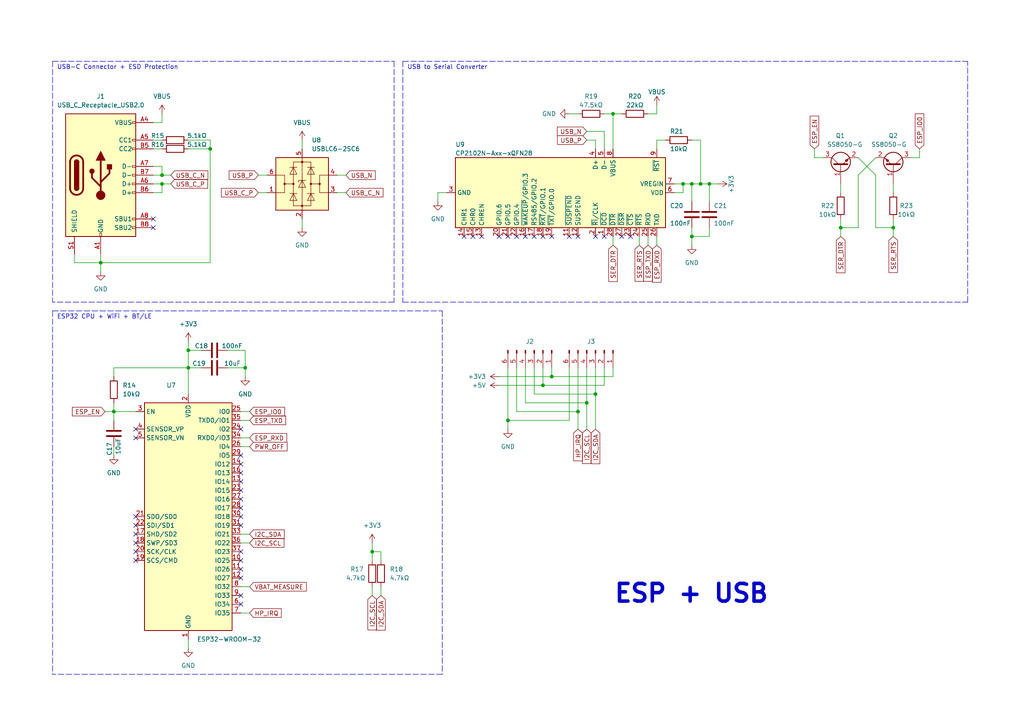
<source format=kicad_sch>
(kicad_sch (version 20211123) (generator eeschema)
  (paper "A4")
  (title_block (title "Chest Module") (date "2023-01-28") (rev "Proto V1") (comment 1 "(C) 2023 Ole Lange"))
  (lib_symbols
    (symbol "+3V3_1" (power) (pin_names (offset 0))
      (property "Value" "+3V3_1" (at 0 3.556 0))
      (symbol "+3V3_1_0_1"
        (polyline (pts (xy -0.762 1.27) (xy 0 2.54)))
        (polyline (pts (xy 0 0) (xy 0 2.54)))
        (polyline (pts (xy 0 2.54) (xy 0.762 1.27)))
      )
      (symbol "+3V3_1_1_1"
        (pin power_in line (at 0 0 90) (length 0) hide (name "+3V3") (number "1"))
      )
    )
    (symbol "Connector:Conn_01x06_Male" (pin_names (offset 1.016) hide)
      (property "Reference" "J" (at 0 7.62 0))
      (property "Value" "Conn_01x06_Male" (at 0 -10.16 0))
      (symbol "Conn_01x06_Male_1_1"
        (polyline (pts (xy 1.27 -7.62) (xy 0.8636 -7.62)) (stroke (width 0.1524)))
        (polyline (pts (xy 1.27 -5.08) (xy 0.8636 -5.08)) (stroke (width 0.1524)))
        (polyline (pts (xy 1.27 -2.54) (xy 0.8636 -2.54)) (stroke (width 0.1524)))
        (polyline (pts (xy 1.27 0) (xy 0.8636 0)) (stroke (width 0.1524)))
        (polyline (pts (xy 1.27 2.54) (xy 0.8636 2.54)) (stroke (width 0.1524)))
        (polyline (pts (xy 1.27 5.08) (xy 0.8636 5.08)) (stroke (width 0.1524)))
        (rectangle (start 0.8636 -7.493) (end 0 -7.747) (stroke (width 0.1524)) (fill (type outline)))
        (rectangle (start 0.8636 -4.953) (end 0 -5.207) (stroke (width 0.1524)) (fill (type outline)))
        (rectangle (start 0.8636 -2.413) (end 0 -2.667) (stroke (width 0.1524)) (fill (type outline)))
        (rectangle (start 0.8636 0.127) (end 0 -0.127) (stroke (width 0.1524)) (fill (type outline)))
        (rectangle (start 0.8636 2.667) (end 0 2.413) (stroke (width 0.1524)) (fill (type outline)))
        (rectangle (start 0.8636 5.207) (end 0 4.953) (stroke (width 0.1524)) (fill (type outline)))
        (pin passive line (at 5.08 5.08 180) (length 3.81) (name "Pin_1") (number "1"))
        (pin passive line (at 5.08 2.54 180) (length 3.81) (name "Pin_2") (number "2"))
        (pin passive line (at 5.08 0 180) (length 3.81) (name "Pin_3") (number "3"))
        (pin passive line (at 5.08 -2.54 180) (length 3.81) (name "Pin_4") (number "4"))
        (pin passive line (at 5.08 -5.08 180) (length 3.81) (name "Pin_5") (number "5"))
        (pin passive line (at 5.08 -7.62 180) (length 3.81) (name "Pin_6") (number "6"))
      )
    )
    (symbol "Connector:USB_C_Receptacle_USB2.0" (pin_names (offset 1.016))
      (property "Reference" "J" (at -10.16 19.05 0))
      (property "Value" "USB_C_Receptacle_USB2.0" (at 19.05 19.05 0))
      (symbol "USB_C_Receptacle_USB2.0_0_0"
        (rectangle (start -0.254 -17.78) (end 0.254 -16.764))
        (rectangle (start 10.16 -14.986) (end 9.144 -15.494))
        (rectangle (start 10.16 -12.446) (end 9.144 -12.954))
        (rectangle (start 10.16 -4.826) (end 9.144 -5.334))
        (rectangle (start 10.16 -2.286) (end 9.144 -2.794))
        (rectangle (start 10.16 0.254) (end 9.144 -0.254))
        (rectangle (start 10.16 2.794) (end 9.144 2.286))
        (rectangle (start 10.16 7.874) (end 9.144 7.366))
        (rectangle (start 10.16 10.414) (end 9.144 9.906))
        (rectangle (start 10.16 15.494) (end 9.144 14.986))
      )
      (symbol "USB_C_Receptacle_USB2.0_0_1"
        (rectangle (start -10.16 17.78) (end 10.16 -17.78) (stroke (width 0.254)) (fill (type background)))
        (arc (start -8.89 -3.81) (mid -6.985 -5.715) (end -5.08 -3.81) (stroke (width 0.508)))
        (arc (start -7.62 -3.81) (mid -6.985 -4.445) (end -6.35 -3.81) (stroke (width 0.254)))
        (arc (start -7.62 -3.81) (mid -6.985 -4.445) (end -6.35 -3.81) (stroke (width 0.254)) (fill (type outline)))
        (rectangle (start -7.62 -3.81) (end -6.35 3.81) (stroke (width 0.254)) (fill (type outline)))
        (arc (start -6.35 3.81) (mid -6.985 4.445) (end -7.62 3.81) (stroke (width 0.254)))
        (arc (start -6.35 3.81) (mid -6.985 4.445) (end -7.62 3.81) (stroke (width 0.254)) (fill (type outline)))
        (arc (start -5.08 3.81) (mid -6.985 5.715) (end -8.89 3.81) (stroke (width 0.508)))
        (circle (center -2.54 1.143) (radius 0.635) (stroke (width 0.254)) (fill (type outline)))
        (circle (center 0 -5.842) (radius 1.27) (fill (type outline)))
        (polyline (pts (xy -8.89 -3.81) (xy -8.89 3.81)) (stroke (width 0.508)))
        (polyline (pts (xy -5.08 3.81) (xy -5.08 -3.81)) (stroke (width 0.508)))
        (polyline (pts (xy 0 -5.842) (xy 0 4.318)) (stroke (width 0.508)))
        (polyline (pts (xy 0 -3.302) (xy -2.54 -0.762) (xy -2.54 0.508)) (stroke (width 0.508)))
        (polyline (pts (xy 0 -2.032) (xy 2.54 0.508) (xy 2.54 1.778)) (stroke (width 0.508)))
        (polyline (pts (xy -1.27 4.318) (xy 0 6.858) (xy 1.27 4.318) (xy -1.27 4.318)) (stroke (width 0.254)) (fill (type outline)))
        (rectangle (start 1.905 1.778) (end 3.175 3.048) (stroke (width 0.254)) (fill (type outline)))
      )
      (symbol "USB_C_Receptacle_USB2.0_1_1"
        (pin passive line (at 0 -22.86 90) (length 5.08) (name "GND") (number "A1"))
        (pin passive line (at 0 -22.86 90) (length 5.08) hide (name "GND") (number "A12"))
        (pin passive line (at 15.24 15.24 180) (length 5.08) (name "VBUS") (number "A4"))
        (pin bidirectional line (at 15.24 10.16 180) (length 5.08) (name "CC1") (number "A5"))
        (pin bidirectional line (at 15.24 -2.54 180) (length 5.08) (name "D+") (number "A6"))
        (pin bidirectional line (at 15.24 2.54 180) (length 5.08) (name "D-") (number "A7"))
        (pin bidirectional line (at 15.24 -12.7 180) (length 5.08) (name "SBU1") (number "A8"))
        (pin passive line (at 15.24 15.24 180) (length 5.08) hide (name "VBUS") (number "A9"))
        (pin passive line (at 0 -22.86 90) (length 5.08) hide (name "GND") (number "B1"))
        (pin passive line (at 0 -22.86 90) (length 5.08) hide (name "GND") (number "B12"))
        (pin passive line (at 15.24 15.24 180) (length 5.08) hide (name "VBUS") (number "B4"))
        (pin bidirectional line (at 15.24 7.62 180) (length 5.08) (name "CC2") (number "B5"))
        (pin bidirectional line (at 15.24 -5.08 180) (length 5.08) (name "D+") (number "B6"))
        (pin bidirectional line (at 15.24 0 180) (length 5.08) (name "D-") (number "B7"))
        (pin bidirectional line (at 15.24 -15.24 180) (length 5.08) (name "SBU2") (number "B8"))
        (pin passive line (at 15.24 15.24 180) (length 5.08) hide (name "VBUS") (number "B9"))
        (pin passive line (at -7.62 -22.86 90) (length 5.08) (name "SHIELD") (number "S1"))
      )
    )
    (symbol "Device:C" (pin_numbers hide) (pin_names (offset 0.254))
      (property "Reference" "C" (at 0.635 2.54 0))
      (property "Value" "C" (at 0.635 -2.54 0))
      (symbol "C_0_1"
        (polyline (pts (xy -2.032 -0.762) (xy 2.032 -0.762)) (stroke (width 0.508)))
        (polyline (pts (xy -2.032 0.762) (xy 2.032 0.762)) (stroke (width 0.508)))
      )
      (symbol "C_1_1"
        (pin passive line (at 0 3.81 270) (length 2.794) (name "~") (number "1"))
        (pin passive line (at 0 -3.81 90) (length 2.794) (name "~") (number "2"))
      )
    )
    (symbol "Device:Q_NPN_BEC" (pin_names (offset 0) hide)
      (property "Reference" "Q" (at 5.08 1.27 0))
      (property "Value" "Q_NPN_BEC" (at 5.08 -1.27 0))
      (symbol "Q_NPN_BEC_0_1"
        (polyline (pts (xy 0.635 0.635) (xy 2.54 2.54)))
        (polyline (pts (xy 0.635 -0.635) (xy 2.54 -2.54) (xy 2.54 -2.54)))
        (polyline (pts (xy 0.635 1.905) (xy 0.635 -1.905) (xy 0.635 -1.905)) (stroke (width 0.508)))
        (polyline (pts (xy 1.27 -1.778) (xy 1.778 -1.27) (xy 2.286 -2.286) (xy 1.27 -1.778) (xy 1.27 -1.778)) (fill (type outline)))
        (circle (center 1.27 0) (radius 2.8194) (stroke (width 0.254)))
      )
      (symbol "Q_NPN_BEC_1_1"
        (pin input line (at -5.08 0 0) (length 5.715) (name "B") (number "1"))
        (pin passive line (at 2.54 -5.08 90) (length 2.54) (name "E") (number "2"))
        (pin passive line (at 2.54 5.08 270) (length 2.54) (name "C") (number "3"))
      )
    )
    (symbol "Device:R" (pin_numbers hide) (pin_names (offset 0))
      (property "Reference" "R" (at 2.032 0 90))
      (property "Value" "R" (at 0 0 90))
      (symbol "R_0_1"
        (rectangle (start -1.016 -2.54) (end 1.016 2.54) (stroke (width 0.254)))
      )
      (symbol "R_1_1"
        (pin passive line (at 0 3.81 270) (length 1.27) (name "~") (number "1"))
        (pin passive line (at 0 -3.81 90) (length 1.27) (name "~") (number "2"))
      )
    )
    (symbol "GND_1" (power) (pin_names (offset 0))
      (property "Value" "GND_1" (at 0 -3.81 0))
      (symbol "GND_1_0_1"
        (polyline (pts (xy 0 0) (xy 0 -1.27) (xy 1.27 -1.27) (xy 0 -2.54) (xy -1.27 -1.27) (xy 0 -1.27)))
      )
      (symbol "GND_1_1_1"
        (pin power_in line (at 0 0 270) (length 0) hide (name "GND") (number "1"))
      )
    )
    (symbol "GND_2" (power) (pin_names (offset 0))
      (property "Value" "GND_2" (at 0 -3.81 0))
      (symbol "GND_2_0_1"
        (polyline (pts (xy 0 0) (xy 0 -1.27) (xy 1.27 -1.27) (xy 0 -2.54) (xy -1.27 -1.27) (xy 0 -1.27)))
      )
      (symbol "GND_2_1_1"
        (pin power_in line (at 0 0 270) (length 0) hide (name "GND") (number "1"))
      )
    )
    (symbol "Interface_USB:CP2102N-Axx-xQFN28"
      (property "Reference" "U" (at -8.89 31.75 0))
      (property "Value" "CP2102N-Axx-xQFN28" (at 12.7 31.75 0))
      (symbol "CP2102N-Axx-xQFN28_0_1"
        (rectangle (start -10.16 30.48) (end 10.16 -30.48) (stroke (width 0.254)) (fill (type background)))
      )
      (symbol "CP2102N-Axx-xQFN28_1_1"
        (pin input line (at 12.7 12.7 180) (length 2.54) (name "~{DCD}") (number "1"))
        (pin no_connect line (at -10.16 -27.94 0) (length 2.54) hide (name "NC") (number "10"))
        (pin output line (at 12.7 2.54 180) (length 2.54) (name "~{SUSPEND}") (number "11"))
        (pin output line (at 12.7 5.08 180) (length 2.54) (name "SUSPEND") (number "12"))
        (pin output line (at 12.7 -22.86 180) (length 2.54) (name "CHREN") (number "13"))
        (pin output line (at 12.7 -27.94 180) (length 2.54) (name "CHR1") (number "14"))
        (pin output line (at 12.7 -25.4 180) (length 2.54) (name "CHR0") (number "15"))
        (pin bidirectional line (at 12.7 -10.16 180) (length 2.54) (name "~{WAKEUP}/GPIO.3") (number "16"))
        (pin bidirectional line (at 12.7 -7.62 180) (length 2.54) (name "RS485/GPIO.2") (number "17"))
        (pin bidirectional line (at 12.7 -5.08 180) (length 2.54) (name "~{RXT}/GPIO.1") (number "18"))
        (pin bidirectional line (at 12.7 -2.54 180) (length 2.54) (name "~{TXT}/GPIO.0") (number "19"))
        (pin bidirectional line (at 12.7 10.16 180) (length 2.54) (name "~{RI}/CLK") (number "2"))
        (pin bidirectional line (at 12.7 -17.78 180) (length 2.54) (name "GPIO.6") (number "20"))
        (pin bidirectional line (at 12.7 -15.24 180) (length 2.54) (name "GPIO.5") (number "21"))
        (pin bidirectional line (at 12.7 -12.7 180) (length 2.54) (name "GPIO.4") (number "22"))
        (pin input line (at 12.7 20.32 180) (length 2.54) (name "~{CTS}") (number "23"))
        (pin output line (at 12.7 22.86 180) (length 2.54) (name "~{RTS}") (number "24"))
        (pin input line (at 12.7 25.4 180) (length 2.54) (name "RXD") (number "25"))
        (pin output line (at 12.7 27.94 180) (length 2.54) (name "TXD") (number "26"))
        (pin input line (at 12.7 17.78 180) (length 2.54) (name "~{DSR}") (number "27"))
        (pin output line (at 12.7 15.24 180) (length 2.54) (name "~{DTR}") (number "28"))
        (pin passive line (at 0 -33.02 90) (length 2.54) hide (name "GND") (number "29"))
        (pin power_in line (at 0 -33.02 90) (length 2.54) (name "GND") (number "3"))
        (pin bidirectional line (at -12.7 10.16 0) (length 2.54) (name "D+") (number "4"))
        (pin bidirectional line (at -12.7 12.7 0) (length 2.54) (name "D-") (number "5"))
        (pin power_in line (at 0 33.02 270) (length 2.54) (name "VDD") (number "6"))
        (pin power_in line (at -2.54 33.02 270) (length 2.54) (name "VREGIN") (number "7"))
        (pin input line (at -12.7 15.24 0) (length 2.54) (name "VBUS") (number "8"))
        (pin input line (at -12.7 27.94 0) (length 2.54) (name "~{RST}") (number "9"))
      )
    )
    (symbol "Power_Protection:USBLC6-2SC6" (pin_names hide)
      (property "Reference" "U" (at 2.54 8.89 0))
      (property "Value" "USBLC6-2SC6" (at 2.54 -8.89 0))
      (symbol "USBLC6-2SC6_0_1"
        (rectangle (start -7.62 -7.62) (end 7.62 7.62) (stroke (width 0.254)) (fill (type background)))
        (circle (center -5.08 0) (radius 0.254) (fill (type outline)))
        (circle (center -2.54 0) (radius 0.254) (fill (type outline)))
        (rectangle (start -2.54 6.35) (end 2.54 -6.35))
        (circle (center 0 -6.35) (radius 0.254) (fill (type outline)))
        (polyline (pts (xy -5.08 -2.54) (xy -7.62 -2.54)))
        (polyline (pts (xy -5.08 0) (xy -5.08 -2.54)))
        (polyline (pts (xy -5.08 2.54) (xy -7.62 2.54)))
        (polyline (pts (xy -1.524 -2.794) (xy -3.556 -2.794)))
        (polyline (pts (xy -1.524 4.826) (xy -3.556 4.826)))
        (polyline (pts (xy 0 -7.62) (xy 0 -6.35)))
        (polyline (pts (xy 0 -6.35) (xy 0 1.27)))
        (polyline (pts (xy 0 1.27) (xy 0 6.35)))
        (polyline (pts (xy 0 6.35) (xy 0 7.62)))
        (polyline (pts (xy 1.524 -2.794) (xy 3.556 -2.794)))
        (polyline (pts (xy 1.524 4.826) (xy 3.556 4.826)))
        (polyline (pts (xy 5.08 -2.54) (xy 7.62 -2.54)))
        (polyline (pts (xy 5.08 0) (xy 5.08 -2.54)))
        (polyline (pts (xy 5.08 2.54) (xy 7.62 2.54)))
        (polyline (pts (xy -2.54 0) (xy -5.08 0) (xy -5.08 2.54)))
        (polyline (pts (xy 2.54 0) (xy 5.08 0) (xy 5.08 2.54)))
        (polyline (pts (xy -3.556 -4.826) (xy -1.524 -4.826) (xy -2.54 -2.794) (xy -3.556 -4.826)))
        (polyline (pts (xy -3.556 2.794) (xy -1.524 2.794) (xy -2.54 4.826) (xy -3.556 2.794)))
        (polyline (pts (xy -1.016 -1.016) (xy 1.016 -1.016) (xy 0 1.016) (xy -1.016 -1.016)))
        (polyline (pts (xy 1.016 1.016) (xy 0.762 1.016) (xy -1.016 1.016) (xy -1.016 0.508)))
        (polyline (pts (xy 3.556 -4.826) (xy 1.524 -4.826) (xy 2.54 -2.794) (xy 3.556 -4.826)))
        (polyline (pts (xy 3.556 2.794) (xy 1.524 2.794) (xy 2.54 4.826) (xy 3.556 2.794)))
        (circle (center 0 6.35) (radius 0.254) (fill (type outline)))
        (circle (center 2.54 0) (radius 0.254) (fill (type outline)))
        (circle (center 5.08 0) (radius 0.254) (fill (type outline)))
      )
      (symbol "USBLC6-2SC6_1_1"
        (pin passive line (at -10.16 -2.54 0) (length 2.54) (name "I/O1") (number "1"))
        (pin passive line (at 0 -10.16 90) (length 2.54) (name "GND") (number "2"))
        (pin passive line (at 10.16 -2.54 180) (length 2.54) (name "I/O2") (number "3"))
        (pin passive line (at 10.16 2.54 180) (length 2.54) (name "I/O2") (number "4"))
        (pin passive line (at 0 10.16 270) (length 2.54) (name "VBUS") (number "5"))
        (pin passive line (at -10.16 2.54 0) (length 2.54) (name "I/O1") (number "6"))
      )
    )
    (symbol "RF_Module:ESP32-WROOM-32"
      (property "Reference" "U" (at -12.7 34.29 0))
      (property "Value" "ESP32-WROOM-32" (at 1.27 34.29 0))
      (symbol "ESP32-WROOM-32_0_1"
        (rectangle (start -12.7 33.02) (end 12.7 -33.02) (stroke (width 0.254)) (fill (type background)))
      )
      (symbol "ESP32-WROOM-32_1_1"
        (pin power_in line (at 0 -35.56 90) (length 2.54) (name "GND") (number "1"))
        (pin bidirectional line (at 15.24 -12.7 180) (length 2.54) (name "IO25") (number "10"))
        (pin bidirectional line (at 15.24 -15.24 180) (length 2.54) (name "IO26") (number "11"))
        (pin bidirectional line (at 15.24 -17.78 180) (length 2.54) (name "IO27") (number "12"))
        (pin bidirectional line (at 15.24 10.16 180) (length 2.54) (name "IO14") (number "13"))
        (pin bidirectional line (at 15.24 15.24 180) (length 2.54) (name "IO12") (number "14"))
        (pin passive line (at 0 -35.56 90) (length 2.54) hide (name "GND") (number "15"))
        (pin bidirectional line (at 15.24 12.7 180) (length 2.54) (name "IO13") (number "16"))
        (pin bidirectional line (at -15.24 -5.08 0) (length 2.54) (name "SHD/SD2") (number "17"))
        (pin bidirectional line (at -15.24 -7.62 0) (length 2.54) (name "SWP/SD3") (number "18"))
        (pin bidirectional line (at -15.24 -12.7 0) (length 2.54) (name "SCS/CMD") (number "19"))
        (pin power_in line (at 0 35.56 270) (length 2.54) (name "VDD") (number "2"))
        (pin bidirectional line (at -15.24 -10.16 0) (length 2.54) (name "SCK/CLK") (number "20"))
        (pin bidirectional line (at -15.24 0 0) (length 2.54) (name "SDO/SD0") (number "21"))
        (pin bidirectional line (at -15.24 -2.54 0) (length 2.54) (name "SDI/SD1") (number "22"))
        (pin bidirectional line (at 15.24 7.62 180) (length 2.54) (name "IO15") (number "23"))
        (pin bidirectional line (at 15.24 25.4 180) (length 2.54) (name "IO2") (number "24"))
        (pin bidirectional line (at 15.24 30.48 180) (length 2.54) (name "IO0") (number "25"))
        (pin bidirectional line (at 15.24 20.32 180) (length 2.54) (name "IO4") (number "26"))
        (pin bidirectional line (at 15.24 5.08 180) (length 2.54) (name "IO16") (number "27"))
        (pin bidirectional line (at 15.24 2.54 180) (length 2.54) (name "IO17") (number "28"))
        (pin bidirectional line (at 15.24 17.78 180) (length 2.54) (name "IO5") (number "29"))
        (pin input line (at -15.24 30.48 0) (length 2.54) (name "EN") (number "3"))
        (pin bidirectional line (at 15.24 0 180) (length 2.54) (name "IO18") (number "30"))
        (pin bidirectional line (at 15.24 -2.54 180) (length 2.54) (name "IO19") (number "31"))
        (pin no_connect line (at -12.7 -27.94 0) (length 2.54) hide (name "NC") (number "32"))
        (pin bidirectional line (at 15.24 -5.08 180) (length 2.54) (name "IO21") (number "33"))
        (pin bidirectional line (at 15.24 22.86 180) (length 2.54) (name "RXD0/IO3") (number "34"))
        (pin bidirectional line (at 15.24 27.94 180) (length 2.54) (name "TXD0/IO1") (number "35"))
        (pin bidirectional line (at 15.24 -7.62 180) (length 2.54) (name "IO22") (number "36"))
        (pin bidirectional line (at 15.24 -10.16 180) (length 2.54) (name "IO23") (number "37"))
        (pin passive line (at 0 -35.56 90) (length 2.54) hide (name "GND") (number "38"))
        (pin passive line (at 0 -35.56 90) (length 2.54) hide (name "GND") (number "39"))
        (pin input line (at -15.24 25.4 0) (length 2.54) (name "SENSOR_VP") (number "4"))
        (pin input line (at -15.24 22.86 0) (length 2.54) (name "SENSOR_VN") (number "5"))
        (pin input line (at 15.24 -25.4 180) (length 2.54) (name "IO34") (number "6"))
        (pin input line (at 15.24 -27.94 180) (length 2.54) (name "IO35") (number "7"))
        (pin bidirectional line (at 15.24 -20.32 180) (length 2.54) (name "IO32") (number "8"))
        (pin bidirectional line (at 15.24 -22.86 180) (length 2.54) (name "IO33") (number "9"))
      )
    )
    (symbol "power:+3V3" (power) (pin_names (offset 0))
      (property "Value" "+3V3" (at 0 3.556 0))
      (symbol "+3V3_0_1"
        (polyline (pts (xy -0.762 1.27) (xy 0 2.54)))
        (polyline (pts (xy 0 0) (xy 0 2.54)))
        (polyline (pts (xy 0 2.54) (xy 0.762 1.27)))
      )
      (symbol "+3V3_1_1"
        (pin power_in line (at 0 0 90) (length 0) hide (name "+3V3") (number "1"))
      )
    )
    (symbol "power:+5V" (power) (pin_names (offset 0))
      (property "Value" "+5V" (at 0 3.556 0))
      (symbol "+5V_0_1"
        (polyline (pts (xy -0.762 1.27) (xy 0 2.54)))
        (polyline (pts (xy 0 0) (xy 0 2.54)))
        (polyline (pts (xy 0 2.54) (xy 0.762 1.27)))
      )
      (symbol "+5V_1_1"
        (pin power_in line (at 0 0 90) (length 0) hide (name "+5V") (number "1"))
      )
    )
    (symbol "power:GND" (power) (pin_names (offset 0))
      (property "Value" "GND" (at 0 -3.81 0))
      (symbol "GND_0_1"
        (polyline (pts (xy 0 0) (xy 0 -1.27) (xy 1.27 -1.27) (xy 0 -2.54) (xy -1.27 -1.27) (xy 0 -1.27)))
      )
      (symbol "GND_1_1"
        (pin power_in line (at 0 0 270) (length 0) hide (name "GND") (number "1"))
      )
    )
    (symbol "power:VBUS" (power) (pin_names (offset 0))
      (property "Value" "VBUS" (at 0 3.81 0))
      (symbol "VBUS_0_1"
        (polyline (pts (xy -0.762 1.27) (xy 0 2.54)))
        (polyline (pts (xy 0 0) (xy 0 2.54)))
        (polyline (pts (xy 0 2.54) (xy 0.762 1.27)))
      )
      (symbol "VBUS_1_1"
        (pin power_in line (at 0 0 90) (length 0) hide (name "VBUS") (number "1"))
      )
    )
  )
  (junction (at 203.2 53.34))
  (junction (at 54.61 106.68))
  (junction (at 243.84 66.04))
  (junction (at 172.72 114.3))
  (junction (at 177.8 33.02))
  (junction (at 46.99 53.34))
  (junction (at 167.64 119.38))
  (junction (at 54.61 101.6))
  (junction (at 200.66 53.34))
  (junction (at 29.21 76.2))
  (junction (at 160.02 109.22))
  (junction (at 170.18 116.84))
  (junction (at 157.48 111.76))
  (junction (at 107.95 160.02))
  (junction (at 33.02 119.38))
  (junction (at 46.99 50.8))
  (junction (at 147.32 121.92))
  (junction (at 71.12 106.68))
  (junction (at 60.96 43.18))
  (junction (at 259.08 66.04))
  (junction (at 198.12 53.34))
  (junction (at 205.74 53.34))
  (junction (at 200.66 68.58))
  (no_connect (at 39.37 152.4))
  (no_connect (at 39.37 124.46))
  (no_connect (at 69.85 152.4))
  (no_connect (at 39.37 160.02))
  (no_connect (at 69.85 134.62))
  (no_connect (at 69.85 139.7))
  (no_connect (at 157.48 68.58))
  (no_connect (at 69.85 124.46))
  (no_connect (at 144.78 68.58))
  (no_connect (at 69.85 144.78))
  (no_connect (at 69.85 160.02))
  (no_connect (at 134.62 68.58))
  (no_connect (at 39.37 127))
  (no_connect (at 39.37 149.86))
  (no_connect (at 165.1 68.58))
  (no_connect (at 69.85 167.64))
  (no_connect (at 39.37 157.48))
  (no_connect (at 167.64 68.58))
  (no_connect (at 69.85 172.72))
  (no_connect (at 154.94 68.58))
  (no_connect (at 69.85 175.26))
  (no_connect (at 149.86 68.58))
  (no_connect (at 69.85 132.08))
  (no_connect (at 182.88 68.58))
  (no_connect (at 147.32 68.58))
  (no_connect (at 175.26 68.58))
  (no_connect (at 160.02 68.58))
  (no_connect (at 39.37 162.56))
  (no_connect (at 69.85 165.1))
  (no_connect (at 139.7 68.58))
  (no_connect (at 39.37 154.94))
  (no_connect (at 69.85 142.24))
  (no_connect (at 172.72 68.58))
  (no_connect (at 44.45 66.04))
  (no_connect (at 69.85 149.86))
  (no_connect (at 69.85 137.16))
  (no_connect (at 69.85 162.56))
  (no_connect (at 44.45 63.5))
  (no_connect (at 69.85 147.32))
  (no_connect (at 137.16 68.58))
  (no_connect (at 152.4 68.58))
  (no_connect (at 180.34 68.58))
  (wire (pts (xy 208.28 53.34) (xy 205.74 53.34)))
  (wire (pts (xy 69.85 177.8) (xy 72.39 177.8)))
  (wire (pts (xy 87.63 40.64) (xy 87.63 43.18)))
  (polyline (pts (xy 15.24 90.17) (xy 128.27 90.17)))
  (wire (pts (xy 259.08 55.88) (xy 259.08 53.34)))
  (wire (pts (xy 238.76 45.72) (xy 236.22 45.72)))
  (wire (pts (xy 205.74 68.58) (xy 205.74 66.04)))
  (wire (pts (xy 172.72 114.3) (xy 154.94 114.3)))
  (wire (pts (xy 29.21 76.2) (xy 29.21 78.74)))
  (wire (pts (xy 167.64 106.68) (xy 167.64 119.38)))
  (wire (pts (xy 29.21 76.2) (xy 29.21 73.66)))
  (wire (pts (xy 44.45 43.18) (xy 46.99 43.18)))
  (wire (pts (xy 266.7 45.72) (xy 266.7 43.18)))
  (wire (pts (xy 33.02 119.38) (xy 39.37 119.38)))
  (wire (pts (xy 87.63 63.5) (xy 87.63 66.04)))
  (wire (pts (xy 71.12 106.68) (xy 71.12 109.22)))
  (wire (pts (xy 74.93 50.8) (xy 77.47 50.8)))
  (wire (pts (xy 74.93 55.88) (xy 77.47 55.88)))
  (wire (pts (xy 243.84 55.88) (xy 243.84 53.34)))
  (wire (pts (xy 54.61 43.18) (xy 60.96 43.18)))
  (wire (pts (xy 187.96 33.02) (xy 190.5 33.02)))
  (wire (pts (xy 198.12 53.34) (xy 198.12 55.88)))
  (wire (pts (xy 144.78 111.76) (xy 157.48 111.76)))
  (wire (pts (xy 170.18 38.1) (xy 175.26 38.1)))
  (wire (pts (xy 200.66 53.34) (xy 200.66 58.42)))
  (wire (pts (xy 60.96 76.2) (xy 60.96 43.18)))
  (wire (pts (xy 21.59 76.2) (xy 29.21 76.2)))
  (wire (pts (xy 205.74 53.34) (xy 205.74 58.42)))
  (wire (pts (xy 254 50.8) (xy 254 66.04)))
  (wire (pts (xy 195.58 53.34) (xy 198.12 53.34)))
  (wire (pts (xy 46.99 50.8) (xy 49.53 50.8)))
  (wire (pts (xy 172.72 114.3) (xy 172.72 124.46)))
  (wire (pts (xy 110.49 170.18) (xy 110.49 172.72)))
  (wire (pts (xy 203.2 53.34) (xy 200.66 53.34)))
  (wire (pts (xy 149.86 119.38) (xy 149.86 106.68)))
  (wire (pts (xy 200.66 40.64) (xy 203.2 40.64)))
  (wire (pts (xy 165.1 106.68) (xy 165.1 121.92)))
  (wire (pts (xy 54.61 185.42) (xy 54.61 187.96)))
  (wire (pts (xy 97.79 55.88) (xy 100.33 55.88)))
  (wire (pts (xy 205.74 53.34) (xy 203.2 53.34)))
  (wire (pts (xy 200.66 68.58) (xy 205.74 68.58)))
  (wire (pts (xy 200.66 53.34) (xy 198.12 53.34)))
  (wire (pts (xy 110.49 160.02) (xy 110.49 162.56)))
  (wire (pts (xy 69.85 154.94) (xy 72.39 154.94)))
  (wire (pts (xy 69.85 157.48) (xy 72.39 157.48)))
  (wire (pts (xy 71.12 106.68) (xy 66.04 106.68)))
  (wire (pts (xy 69.85 127) (xy 72.39 127)))
  (wire (pts (xy 97.79 50.8) (xy 100.33 50.8)))
  (wire (pts (xy 170.18 40.64) (xy 172.72 40.64)))
  (wire (pts (xy 29.21 76.2) (xy 60.96 76.2)))
  (wire (pts (xy 175.26 33.02) (xy 177.8 33.02)))
  (wire (pts (xy 44.45 48.26) (xy 46.99 48.26)))
  (wire (pts (xy 147.32 121.92) (xy 147.32 124.46)))
  (wire (pts (xy 195.58 55.88) (xy 198.12 55.88)))
  (wire (pts (xy 177.8 33.02) (xy 180.34 33.02)))
  (wire (pts (xy 44.45 50.8) (xy 46.99 50.8)))
  (wire (pts (xy 177.8 68.58) (xy 177.8 71.12)))
  (wire (pts (xy 69.85 119.38) (xy 72.39 119.38)))
  (wire (pts (xy 157.48 111.76) (xy 157.48 106.68)))
  (wire (pts (xy 190.5 30.48) (xy 190.5 33.02)))
  (wire (pts (xy 185.42 68.58) (xy 185.42 71.12)))
  (wire (pts (xy 154.94 114.3) (xy 154.94 106.68)))
  (wire (pts (xy 170.18 106.68) (xy 170.18 116.84)))
  (wire (pts (xy 69.85 170.18) (xy 72.39 170.18)))
  (polyline (pts (xy 15.24 17.78) (xy 114.3 17.78)) (stroke (width 0) (type dash)))
  (wire (pts (xy 60.96 43.18) (xy 60.96 40.64)))
  (wire (pts (xy 200.66 66.04) (xy 200.66 68.58)))
  (wire (pts (xy 170.18 116.84) (xy 152.4 116.84)))
  (wire (pts (xy 248.92 66.04) (xy 243.84 66.04)))
  (wire (pts (xy 254 45.72) (xy 248.92 50.8)))
  (wire (pts (xy 172.72 40.64) (xy 172.72 43.18)))
  (wire (pts (xy 175.26 38.1) (xy 175.26 43.18)))
  (wire (pts (xy 248.92 50.8) (xy 248.92 66.04)))
  (wire (pts (xy 190.5 68.58) (xy 190.5 71.12)))
  (wire (pts (xy 200.66 68.58) (xy 200.66 71.12)))
  (polyline (pts (xy 114.3 17.78) (xy 114.3 87.63)) (stroke (width 0) (type dash)))
  (wire (pts (xy 54.61 99.06) (xy 54.61 101.6)))
  (polyline (pts (xy 116.84 87.63) (xy 280.67 87.63)))
  (wire (pts (xy 259.08 63.5) (xy 259.08 66.04)))
  (wire (pts (xy 177.8 33.02) (xy 177.8 43.18)))
  (wire (pts (xy 167.64 119.38) (xy 167.64 124.46)))
  (wire (pts (xy 33.02 129.54) (xy 33.02 132.08)))
  (wire (pts (xy 107.95 160.02) (xy 110.49 160.02)))
  (wire (pts (xy 69.85 121.92) (xy 72.39 121.92)))
  (wire (pts (xy 107.95 157.48) (xy 107.95 160.02)))
  (wire (pts (xy 44.45 55.88) (xy 46.99 55.88)))
  (polyline (pts (xy 116.84 17.78) (xy 116.84 87.63)))
  (wire (pts (xy 160.02 106.68) (xy 160.02 109.22)))
  (wire (pts (xy 264.16 45.72) (xy 266.7 45.72)))
  (wire (pts (xy 147.32 121.92) (xy 147.32 106.68)))
  (wire (pts (xy 152.4 116.84) (xy 152.4 106.68)))
  (polyline (pts (xy 128.27 90.17) (xy 128.27 195.58)))
  (polyline (pts (xy 280.67 87.63) (xy 280.67 17.78)))
  (polyline (pts (xy 15.24 90.17) (xy 15.24 195.58)))
  (wire (pts (xy 33.02 106.68) (xy 54.61 106.68)))
  (wire (pts (xy 190.5 43.18) (xy 190.5 40.64)))
  (wire (pts (xy 190.5 40.64) (xy 193.04 40.64)))
  (wire (pts (xy 165.1 121.92) (xy 147.32 121.92)))
  (wire (pts (xy 243.84 63.5) (xy 243.84 66.04)))
  (polyline (pts (xy 15.24 17.78) (xy 15.24 87.63)) (stroke (width 0) (type dash)))
  (wire (pts (xy 33.02 119.38) (xy 33.02 121.92)))
  (wire (pts (xy 107.95 160.02) (xy 107.95 162.56)))
  (wire (pts (xy 71.12 101.6) (xy 71.12 106.68)))
  (polyline (pts (xy 114.3 87.63) (xy 15.24 87.63)) (stroke (width 0) (type dash)))
  (wire (pts (xy 66.04 101.6) (xy 71.12 101.6)))
  (wire (pts (xy 44.45 53.34) (xy 46.99 53.34)))
  (wire (pts (xy 54.61 101.6) (xy 58.42 101.6)))
  (wire (pts (xy 54.61 106.68) (xy 54.61 114.3)))
  (wire (pts (xy 187.96 68.58) (xy 187.96 71.12)))
  (wire (pts (xy 259.08 68.58) (xy 259.08 66.04)))
  (wire (pts (xy 160.02 109.22) (xy 177.8 109.22)))
  (wire (pts (xy 177.8 109.22) (xy 177.8 106.68)))
  (wire (pts (xy 172.72 106.68) (xy 172.72 114.3)))
  (wire (pts (xy 69.85 129.54) (xy 72.39 129.54)))
  (wire (pts (xy 46.99 50.8) (xy 46.99 48.26)))
  (wire (pts (xy 170.18 116.84) (xy 170.18 124.46)))
  (wire (pts (xy 30.48 119.38) (xy 33.02 119.38)))
  (wire (pts (xy 144.78 109.22) (xy 160.02 109.22)))
  (wire (pts (xy 54.61 101.6) (xy 54.61 106.68)))
  (wire (pts (xy 254 66.04) (xy 259.08 66.04)))
  (wire (pts (xy 127 55.88) (xy 129.54 55.88)))
  (polyline (pts (xy 128.27 195.58) (xy 15.24 195.58)))
  (wire (pts (xy 107.95 170.18) (xy 107.95 172.72)))
  (wire (pts (xy 165.1 33.02) (xy 167.64 33.02)))
  (wire (pts (xy 175.26 111.76) (xy 157.48 111.76)))
  (wire (pts (xy 33.02 109.22) (xy 33.02 106.68)))
  (wire (pts (xy 46.99 53.34) (xy 46.99 55.88)))
  (polyline (pts (xy 116.84 17.78) (xy 280.67 17.78)))
  (wire (pts (xy 236.22 45.72) (xy 236.22 43.18)))
  (wire (pts (xy 167.64 119.38) (xy 149.86 119.38)))
  (wire (pts (xy 46.99 35.56) (xy 44.45 35.56)))
  (wire (pts (xy 203.2 40.64) (xy 203.2 53.34)))
  (wire (pts (xy 44.45 40.64) (xy 46.99 40.64)))
  (wire (pts (xy 46.99 53.34) (xy 49.53 53.34)))
  (wire (pts (xy 33.02 116.84) (xy 33.02 119.38)))
  (wire (pts (xy 60.96 40.64) (xy 54.61 40.64)))
  (wire (pts (xy 243.84 68.58) (xy 243.84 66.04)))
  (wire (pts (xy 21.59 73.66) (xy 21.59 76.2)))
  (wire (pts (xy 175.26 106.68) (xy 175.26 111.76)))
  (wire (pts (xy 127 55.88) (xy 127 58.42)))
  (wire (pts (xy 46.99 33.02) (xy 46.99 35.56)))
  (wire (pts (xy 254 50.8) (xy 248.92 45.72)))
  (wire (pts (xy 54.61 106.68) (xy 58.42 106.68)))
  (text "USB to Serial Converter" (at 118.11 20.32 0) (effects (font (size 1.27 1.27)) (justify left bottom)))
  (text "USB-C Connector + ESD Protection" (at 16.51 20.32 0) (effects (font (size 1.27 1.27)) (justify left bottom)))
  (text "ESP32 CPU + WiFi + BT/LE" (at 16.51 92.71 0) (effects (font (size 1.27 1.27)) (justify left bottom)))
  (text "ESP + USB" (at 177.8 175.26 0) (effects (font (size 5.12 5.12) (thickness 1.024) bold) (justify left bottom)))
  (global_label "USB_P" (shape input) (at 74.93 50.8 180) (property "Intersheet References" "${INTERSHEET_REFS}" (effects hide)))
  (global_label "HP_IRQ" (shape input) (at 72.39 177.8 0) (property "Intersheet References" "${INTERSHEET_REFS}" (effects hide)))
  (global_label "USB_C_P" (shape input) (at 49.53 53.34 0) (property "Intersheet References" "${INTERSHEET_REFS}" (effects hide)))
  (global_label "ESP_EN" (shape input) (at 30.48 119.38 180) (property "Intersheet References" "${INTERSHEET_REFS}" (effects hide)))
  (global_label "USB_C_N" (shape input) (at 49.53 50.8 0) (property "Intersheet References" "${INTERSHEET_REFS}" (effects hide)))
  (global_label "SER_DTR" (shape input) (at 243.84 68.58 270) (property "Intersheet References" "${INTERSHEET_REFS}" (effects hide)))
  (global_label "SER_RTS" (shape input) (at 185.42 71.12 270) (property "Intersheet References" "${INTERSHEET_REFS}" (effects hide)))
  (global_label "I2C_SDA" (shape input) (at 110.49 172.72 270) (property "Intersheet References" "${INTERSHEET_REFS}" (effects hide)))
  (global_label "SER_DTR" (shape input) (at 177.8 71.12 270) (property "Intersheet References" "${INTERSHEET_REFS}" (effects hide)))
  (global_label "ESP_IO0" (shape input) (at 266.7 43.18 90) (property "Intersheet References" "${INTERSHEET_REFS}" (effects hide)))
  (global_label "USB_C_P" (shape input) (at 74.93 55.88 180) (property "Intersheet References" "${INTERSHEET_REFS}" (effects hide)))
  (global_label "ESP_RXD" (shape input) (at 72.39 127 0) (property "Intersheet References" "${INTERSHEET_REFS}" (effects hide)))
  (global_label "SER_RTS" (shape input) (at 259.08 68.58 270) (property "Intersheet References" "${INTERSHEET_REFS}" (effects hide)))
  (global_label "I2C_SDA" (shape input) (at 172.72 124.46 270) (property "Intersheet References" "${INTERSHEET_REFS}" (effects hide)))
  (global_label "USB_C_N" (shape input) (at 100.33 55.88 0) (property "Intersheet References" "${INTERSHEET_REFS}" (effects hide)))
  (global_label "ESP_TXD" (shape input) (at 187.96 71.12 270) (property "Intersheet References" "${INTERSHEET_REFS}" (effects hide)))
  (global_label "ESP_EN" (shape input) (at 236.22 43.18 90) (property "Intersheet References" "${INTERSHEET_REFS}" (effects hide)))
  (global_label "ESP_RXD" (shape input) (at 190.5 71.12 270) (property "Intersheet References" "${INTERSHEET_REFS}" (effects hide)))
  (global_label "ESP_TXD" (shape input) (at 72.39 121.92 0) (property "Intersheet References" "${INTERSHEET_REFS}" (effects hide)))
  (global_label "I2C_SDA" (shape input) (at 72.39 154.94 0) (property "Intersheet References" "${INTERSHEET_REFS}" (effects hide)))
  (global_label "VBAT_MEASURE" (shape input) (at 72.39 170.18 0) (property "Intersheet References" "${INTERSHEET_REFS}" (effects hide)))
  (global_label "USB_N" (shape input) (at 100.33 50.8 0) (property "Intersheet References" "${INTERSHEET_REFS}" (effects hide)))
  (global_label "USB_N" (shape input) (at 170.18 38.1 180) (property "Intersheet References" "${INTERSHEET_REFS}" (effects hide)))
  (global_label "PWR_OFF" (shape input) (at 72.39 129.54 0) (property "Intersheet References" "${INTERSHEET_REFS}" (effects hide)))
  (global_label "I2C_SCL" (shape input) (at 170.18 124.46 270) (property "Intersheet References" "${INTERSHEET_REFS}" (effects hide)))
  (global_label "I2C_SCL" (shape input) (at 107.95 172.72 270) (property "Intersheet References" "${INTERSHEET_REFS}" (effects hide)))
  (global_label "HP_IRQ" (shape input) (at 167.64 124.46 270) (property "Intersheet References" "${INTERSHEET_REFS}" (effects hide)))
  (global_label "I2C_SCL" (shape input) (at 72.39 157.48 0) (property "Intersheet References" "${INTERSHEET_REFS}" (effects hide)))
  (global_label "ESP_IO0" (shape input) (at 72.39 119.38 0) (property "Intersheet References" "${INTERSHEET_REFS}" (effects hide)))
  (global_label "USB_P" (shape input) (at 170.18 40.64 180) (property "Intersheet References" "${INTERSHEET_REFS}" (effects hide)))
  (symbol (lib_id "Device:C") (at 33.02 125.73 180) (unit 1)
    (property "Reference" "C17" (at 31.75 128.27 90) (effects (justify left)))
    (property "Value" "10uF" (at 34.29 127 90) (effects (justify left)))
    (property "Footprint" "Capacitor_SMD:C_0805_2012Metric" (effects hide))
  )
  (symbol (lib_id "Device:Q_NPN_BEC") (at 243.84 48.26 90) (unit 1)
    (property "Reference" "Q1" (at 245.11 39.37 90) (effects (justify left)))
    (property "Value" "SS8050-G" (at 250.19 41.91 90) (effects (justify left)))
    (property "Footprint" "Package_TO_SOT_SMD:SOT-23" (effects hide))
  )
  (symbol (lib_id "Device:R") (at 184.15 33.02 90) (unit 1)
    (property "Reference" "R20" (at 184.15 27.94 90))
    (property "Value" "22kΩ" (at 184.15 30.48 90))
    (property "Footprint" "Resistor_SMD:R_0603_1608Metric" (effects hide))
  )
  (symbol (lib_id "power:GND") (at 71.12 109.22 0) (unit 1)
    (property "Reference" "#PWR024" (effects hide))
    (property "Value" "GND" (at 71.12 114.3 0))
  )
  (symbol (lib_id "power:+3V3") (at 107.95 157.48 0) (unit 1)
    (property "Reference" "#PWR027" (effects hide))
    (property "Value" "+3V3" (at 107.95 152.4 0))
  )
  (symbol (lib_id "Device:C") (at 205.74 62.23 180) (unit 1)
    (property "Reference" "C21" (at 207.01 59.69 0) (effects (justify right)))
    (property "Value" "100nF" (at 207.01 64.77 0) (effects (justify right)))
    (property "Footprint" "Capacitor_SMD:C_0603_1608Metric" (effects hide))
  )
  (symbol (lib_id "Device:R") (at 171.45 33.02 90) (unit 1)
    (property "Reference" "R19" (at 171.45 27.94 90))
    (property "Value" "47.5kΩ" (at 171.45 30.48 90))
    (property "Footprint" "Resistor_SMD:R_0603_1608Metric" (effects hide))
  )
  (symbol (lib_id "Device:R") (at 107.95 166.37 0) (unit 1)
    (property "Reference" "R17" (at 101.6 165.1 0) (effects (justify left)))
    (property "Value" "4.7kΩ" (at 100.33 167.64 0) (effects (justify left)))
    (property "Footprint" "Resistor_SMD:R_0603_1608Metric" (effects hide))
  )
  (symbol (lib_id "Power_Protection:USBLC6-2SC6") (at 87.63 53.34 0) (unit 1)
    (property "Reference" "U8" (at 90.3987 40.64 0) (effects (justify left)))
    (property "Value" "USBLC6-2SC6" (at 90.3987 43.18 0) (effects (justify left)))
    (property "Footprint" "Package_TO_SOT_SMD:SOT-23-6" (effects hide))
    (property "Datasheet" "https://www.st.com/resource/en/datasheet/usblc6-2.pdf" (effects hide))
  )
  (symbol (lib_id "Device:R") (at 259.08 59.69 180) (unit 1)
    (property "Reference" "R23" (at 262.89 59.69 0))
    (property "Value" "10kΩ" (at 262.89 62.23 0))
    (property "Footprint" "Resistor_SMD:R_0603_1608Metric" (effects hide))
  )
  (symbol (lib_id "Device:R") (at 196.85 40.64 270) (unit 1)
    (property "Reference" "R21" (at 194.31 38.1 90) (effects (justify left)))
    (property "Value" "10kΩ" (at 194.31 43.18 90) (effects (justify left)))
    (property "Footprint" "Resistor_SMD:R_0603_1608Metric" (effects hide))
  )
  (symbol (lib_id "Interface_USB:CP2102N-Axx-xQFN28") (at 162.56 55.88 270) (unit 1)
    (property "Reference" "U9" (at 132.08 41.91 90) (effects (justify left)))
    (property "Value" "CP2102N-Axx-xQFN28" (at 132.08 44.45 90) (effects (justify left)))
    (property "Footprint" "Package_DFN_QFN:QFN-28-1EP_5x5mm_P0.5mm_EP3.35x3.35mm" (effects hide))
    (property "Datasheet" "https://www.silabs.com/documents/public/data-sheets/cp2102n-datasheet.pdf" (effects hide))
  )
  (symbol (lib_id "Device:Q_NPN_BEC") (at 259.08 48.26 270) (mirror x) (unit 1)
    (property "Reference" "Q2" (at 259.08 39.37 90))
    (property "Value" "SS8050-G" (at 257.81 41.91 90))
    (property "Footprint" "Package_TO_SOT_SMD:SOT-23" (effects hide))
  )
  (symbol (lib_id "power:GND") (at 200.66 71.12 0) (unit 1)
    (property "Reference" "#PWR034" (effects hide))
    (property "Value" "GND" (at 200.66 76.2 0))
  )
  (symbol (lib_id "Device:R") (at 50.8 43.18 90) (unit 1)
    (property "Reference" "R16" (at 45.72 41.91 90))
    (property "Value" "5.1kΩ" (at 57.15 41.91 90))
    (property "Footprint" "Resistor_SMD:R_0603_1608Metric" (effects hide))
  )
  (symbol (lib_id "power:+5V") (at 144.78 111.76 90) (unit 1)
    (property "Reference" "#PWR030" (effects hide))
    (property "Value" "+5V" (at 140.97 111.7599 90) (effects (justify left)))
  )
  (symbol (lib_name "GND_2") (lib_id "power:GND") (at 147.32 124.46 0) (unit 1)
    (property "Reference" "#PWR031" (effects hide))
    (property "Value" "GND" (at 147.32 129.54 0))
  )
  (symbol (lib_id "power:GND") (at 87.63 66.04 0) (unit 1)
    (property "Reference" "#PWR026" (effects hide))
    (property "Value" "GND" (at 87.63 71.12 0))
  )
  (symbol (lib_id "power:+3V3") (at 54.61 99.06 0) (unit 1)
    (property "Reference" "#PWR022" (effects hide))
    (property "Value" "+3V3" (at 54.61 93.98 0))
  )
  (symbol (lib_id "power:GND") (at 54.61 187.96 0) (unit 1)
    (property "Reference" "#PWR023" (effects hide))
    (property "Value" "GND" (at 54.61 193.04 0))
  )
  (symbol (lib_id "Device:R") (at 50.8 40.64 90) (unit 1)
    (property "Reference" "R15" (at 45.72 39.37 90))
    (property "Value" "5.1kΩ" (at 57.15 39.37 90))
    (property "Footprint" "Resistor_SMD:R_0603_1608Metric" (effects hide))
  )
  (symbol (lib_id "power:VBUS") (at 46.99 33.02 0) (unit 1)
    (property "Reference" "#PWR021" (effects hide))
    (property "Value" "VBUS" (at 46.99 27.94 0))
  )
  (symbol (lib_id "power:+3V3") (at 208.28 53.34 270) (unit 1)
    (property "Reference" "#PWR035" (effects hide))
    (property "Value" "+3V3" (at 212.09 50.8 0) (effects (justify left)))
  )
  (symbol (lib_name "+3V3_1") (lib_id "power:+3V3") (at 144.78 109.22 90) (unit 1)
    (property "Reference" "#PWR029" (effects hide))
    (property "Value" "+3V3" (at 140.97 109.2199 90) (effects (justify left)))
  )
  (symbol (lib_id "RF_Module:ESP32-WROOM-32") (at 54.61 149.86 0) (unit 1)
    (property "Reference" "U7" (at 48.26 111.76 0) (effects (justify left)))
    (property "Value" "ESP32-WROOM-32" (at 57.15 185.42 0) (effects (justify left)))
    (property "Footprint" "RF_Module:ESP32-WROOM-32" (effects hide))
    (property "Datasheet" "https://www.espressif.com/sites/default/files/documentation/esp32-wroom-32_datasheet_en.pdf" (effects hide))
  )
  (symbol (lib_id "Connector:Conn_01x06_Male") (at 154.94 101.6 270) (unit 1)
    (property "Reference" "J2" (at 153.67 99.06 90))
    (property "Value" "Conn_01x06_Male" (effects hide))
    (property "Footprint" "Connector_PinHeader_2.54mm:PinHeader_1x06_P2.54mm_Vertical" (effects hide))
  )
  (symbol (lib_id "Connector:USB_C_Receptacle_USB2.0") (at 29.21 50.8 0) (unit 1)
    (property "Reference" "J1" (at 29.21 27.94 0))
    (property "Value" "USB_C_Receptacle_USB2.0" (at 29.21 30.48 0))
    (property "Footprint" "Connector_USB:USB_C_Receptacle_HRO_TYPE-C-31-M-12" (effects hide))
    (property "Datasheet" "https://www.usb.org/sites/default/files/documents/usb_type-c.zip" (effects hide))
  )
  (symbol (lib_id "Device:C") (at 62.23 106.68 90) (unit 1)
    (property "Reference" "C19" (at 59.69 105.41 90) (effects (justify left)))
    (property "Value" "10uF" (at 69.85 105.41 90) (effects (justify left)))
    (property "Footprint" "Capacitor_SMD:C_0805_2012Metric" (effects hide))
  )
  (symbol (lib_id "Device:C") (at 62.23 101.6 90) (unit 1)
    (property "Reference" "C18" (at 58.42 100.33 90))
    (property "Value" "100nF" (at 67.31 100.33 90))
    (property "Footprint" "Capacitor_SMD:C_0603_1608Metric" (effects hide))
  )
  (symbol (lib_id "power:GND") (at 29.21 78.74 0) (unit 1)
    (property "Reference" "#PWR019" (effects hide))
    (property "Value" "GND" (at 29.21 83.82 0))
  )
  (symbol (lib_id "Device:R") (at 243.84 59.69 180) (unit 1)
    (property "Reference" "R22" (at 240.03 59.69 0))
    (property "Value" "10kΩ" (at 240.03 62.23 0))
    (property "Footprint" "Resistor_SMD:R_0603_1608Metric" (effects hide))
  )
  (symbol (lib_name "GND_1") (lib_id "power:GND") (at 33.02 132.08 0) (unit 1)
    (property "Reference" "#PWR020" (effects hide))
    (property "Value" "GND" (at 33.02 137.16 0))
  )
  (symbol (lib_id "Device:C") (at 200.66 62.23 180) (unit 1)
    (property "Reference" "C20" (at 194.31 59.69 0) (effects (justify right)))
    (property "Value" "100nF" (at 194.31 64.77 0) (effects (justify right)))
    (property "Footprint" "Capacitor_SMD:C_0603_1608Metric" (effects hide))
  )
  (symbol (lib_id "Connector:Conn_01x06_Male") (at 172.72 101.6 270) (unit 1)
    (property "Reference" "J3" (at 171.45 99.06 90))
    (property "Value" "Conn_01x06_Male" (effects hide))
    (property "Footprint" "Connector_PinHeader_2.54mm:PinHeader_1x06_P2.54mm_Vertical" (effects hide))
  )
  (symbol (lib_id "Device:R") (at 33.02 113.03 0) (unit 1)
    (property "Reference" "R14" (at 35.56 111.7599 0) (effects (justify left)))
    (property "Value" "10kΩ" (at 35.56 114.2999 0) (effects (justify left)))
    (property "Footprint" "Resistor_SMD:R_0603_1608Metric" (effects hide))
  )
  (symbol (lib_id "Device:R") (at 110.49 166.37 0) (unit 1)
    (property "Reference" "R18" (at 113.03 165.0999 0) (effects (justify left)))
    (property "Value" "4.7kΩ" (at 113.03 167.6399 0) (effects (justify left)))
    (property "Footprint" "Resistor_SMD:R_0603_1608Metric" (effects hide))
  )
  (symbol (lib_id "power:GND") (at 127 58.42 0) (unit 1)
    (property "Reference" "#PWR028" (effects hide))
    (property "Value" "GND" (at 127 63.5 0))
  )
  (symbol (lib_id "power:VBUS") (at 87.63 40.64 0) (unit 1)
    (property "Reference" "#PWR025" (effects hide))
    (property "Value" "VBUS" (at 87.63 35.56 0))
  )
  (symbol (lib_id "power:VBUS") (at 190.5 30.48 0) (unit 1)
    (property "Reference" "#PWR033" (effects hide))
    (property "Value" "VBUS" (at 187.96 26.67 0) (effects (justify left)))
  )
  (symbol (lib_id "power:GND") (at 165.1 33.02 270) (unit 1)
    (property "Reference" "#PWR032" (effects hide))
    (property "Value" "GND" (at 161.29 33.0199 90) (effects (justify right)))
  )
)
</source>
